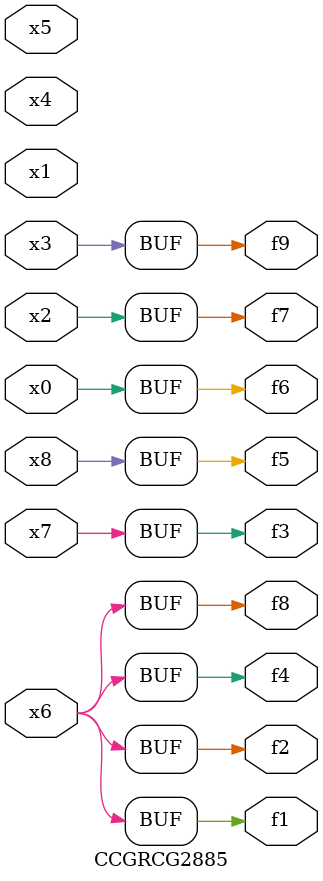
<source format=v>
module CCGRCG2885(
	input x0, x1, x2, x3, x4, x5, x6, x7, x8,
	output f1, f2, f3, f4, f5, f6, f7, f8, f9
);
	assign f1 = x6;
	assign f2 = x6;
	assign f3 = x7;
	assign f4 = x6;
	assign f5 = x8;
	assign f6 = x0;
	assign f7 = x2;
	assign f8 = x6;
	assign f9 = x3;
endmodule

</source>
